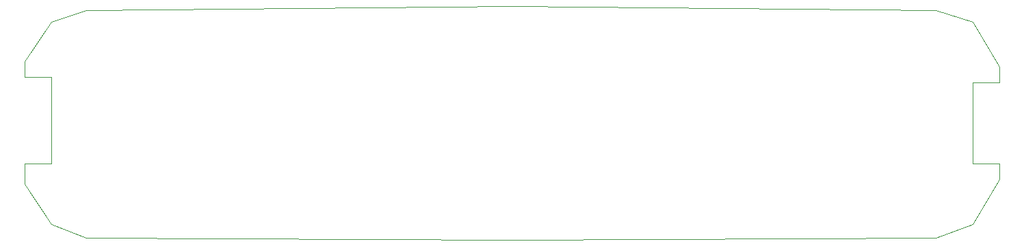
<source format=gbr>
%TF.GenerationSoftware,KiCad,Pcbnew,8.0.1*%
%TF.CreationDate,2024-06-06T13:27:34-04:00*%
%TF.ProjectId,PillPCB,50696c6c-5043-4422-9e6b-696361645f70,rev?*%
%TF.SameCoordinates,Original*%
%TF.FileFunction,Profile,NP*%
%FSLAX46Y46*%
G04 Gerber Fmt 4.6, Leading zero omitted, Abs format (unit mm)*
G04 Created by KiCad (PCBNEW 8.0.1) date 2024-06-06 13:27:34*
%MOMM*%
%LPD*%
G01*
G04 APERTURE LIST*
%TA.AperFunction,Profile*%
%ADD10C,0.100000*%
%TD*%
G04 APERTURE END LIST*
D10*
X111125000Y-109120000D02*
X58420000Y-108866000D01*
X168150000Y-89615000D02*
X171450000Y-89615000D01*
X171450000Y-87630000D02*
X171450000Y-89615000D01*
X111125000Y-80110000D02*
X163576000Y-80618000D01*
X50800000Y-88900000D02*
X50800000Y-86995000D01*
X171450000Y-99615000D02*
X168150000Y-99615000D01*
X168150000Y-99615000D02*
X168150000Y-89615000D01*
X168150000Y-82042000D02*
X171450000Y-87630000D01*
X50800000Y-99615000D02*
X54100000Y-99615000D01*
X54100000Y-99615000D02*
X54100000Y-88900000D01*
X50800000Y-102235000D02*
X54100000Y-107188000D01*
X54100000Y-107188000D02*
X58420000Y-108866000D01*
X50800000Y-86995000D02*
X54100000Y-82042000D01*
X50800000Y-102235000D02*
X50800000Y-99615000D01*
X54100000Y-82042000D02*
X58420000Y-80618000D01*
X163576000Y-108866000D02*
X111125000Y-109120000D01*
X54100000Y-88900000D02*
X50800000Y-88900000D01*
X171450000Y-101600000D02*
X168150000Y-107188000D01*
X171450000Y-101600000D02*
X171450000Y-99615000D01*
X168150000Y-107188000D02*
X163576000Y-108866000D01*
X58420000Y-80618000D02*
X111125000Y-80110000D01*
X163576000Y-80618000D02*
X168150000Y-82042000D01*
M02*

</source>
